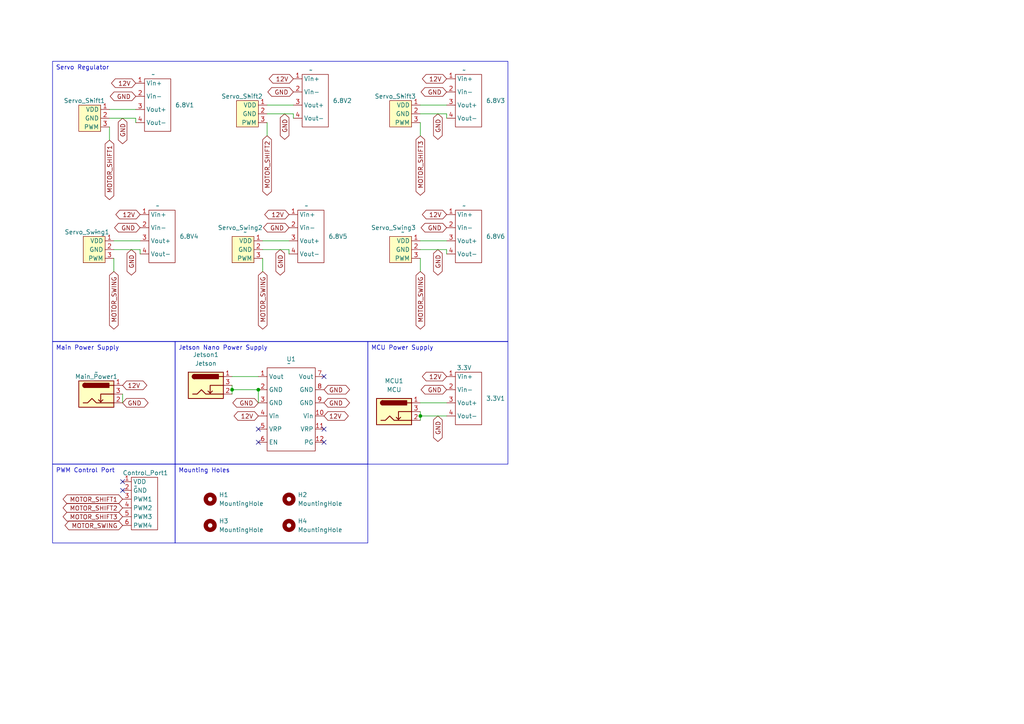
<source format=kicad_sch>
(kicad_sch (version 20230121) (generator eeschema)
  (paper "A4")
  (lib_symbols
    (symbol "Connector:Barrel_Jack_Switch" (pin_names hide)
      (property "Reference" "J" (at 0 5.334 0))
      (property "Value" "Barrel_Jack_Switch" (at 0 -5.08 0))
      (symbol "Barrel_Jack_Switch_0_1"
        (rectangle (start -5.08 3.81) (end 5.08 -3.81) (stroke (width 0.254)) (fill (type background)))
        (arc (start -3.302 3.175) (mid -3.9343 2.54) (end -3.302 1.905) (stroke (width 0.254)))
        (arc (start -3.302 3.175) (mid -3.9343 2.54) (end -3.302 1.905) (stroke (width 0.254)) (fill (type outline)))
        (polyline (pts (xy 1.27 -2.286) (xy 1.905 -1.651)) (stroke (width 0.254)))
        (polyline (pts (xy 5.08 2.54) (xy 3.81 2.54)) (stroke (width 0.254)))
        (polyline (pts (xy 5.08 0) (xy 1.27 0) (xy 1.27 -2.286) (xy 0.635 -1.651)) (stroke (width 0.254)))
        (polyline (pts (xy -3.81 -2.54) (xy -2.54 -2.54) (xy -1.27 -1.27) (xy 0 -2.54) (xy 2.54 -2.54) (xy 5.08 -2.54)) (stroke (width 0.254)))
        (rectangle (start 3.683 3.175) (end -3.302 1.905) (stroke (width 0.254)) (fill (type outline)))
      )
      (symbol "Barrel_Jack_Switch_1_1"
        (pin passive line (at 7.62 2.54 180) (length 2.54) (name "~") (number "1"))
        (pin passive line (at 7.62 -2.54 180) (length 2.54) (name "~") (number "2"))
        (pin passive line (at 7.62 0 180) (length 2.54) (name "~") (number "3"))
      )
    )
    (symbol "Mechanical:MountingHole" (pin_names (offset 1.016))
      (property "Reference" "H" (at 0 5.08 0))
      (property "Value" "MountingHole" (at 0 3.175 0))
      (symbol "MountingHole_0_1"
        (circle (center 0 0) (radius 1.27) (stroke (width 1.27)))
      )
    )
    (symbol "Senior Design:LM2596"
      (property "Reference" "U" (at 0 1.27 0))
      (symbol "LM2596_0_1"
        (rectangle (start -2.54 -1.27) (end 5.08 -16.51))
      )
      (symbol "LM2596_1_1"
        (pin passive line (at -5.08 -2.54 0) (length 2.54) (name "Vin+") (number "1"))
        (pin passive line (at -5.08 -6.35 0) (length 2.54) (name "Vin-") (number "2"))
        (pin passive line (at -5.08 -10.16 0) (length 2.54) (name "Vout+") (number "3"))
        (pin passive line (at -5.08 -13.97 0) (length 2.54) (name "Vout-") (number "4"))
      )
    )
    (symbol "Senior Design:Pololu_5V"
      (property "Reference" "U" (at 0 0 0))
      (symbol "Pololu_5V_0_1"
        (rectangle (start -6.35 -1.27) (end 7.62 -25.4))
      )
      (symbol "Pololu_5V_1_1"
        (pin passive line (at -8.89 -3.81 0) (length 2.54) (name "Vout") (number "1"))
        (pin passive line (at 10.16 -15.24 180) (length 2.54) (name "Vin") (number "10"))
        (pin passive line (at 10.16 -19.05 180) (length 2.54) (name "VRP") (number "11"))
        (pin passive line (at 10.16 -22.86 180) (length 2.54) (name "PG") (number "12"))
        (pin passive line (at -8.89 -7.62 0) (length 2.54) (name "GND") (number "2"))
        (pin passive line (at -8.89 -11.43 0) (length 2.54) (name "GND") (number "3"))
        (pin passive line (at -8.89 -15.24 0) (length 2.54) (name "Vin") (number "4"))
        (pin passive line (at -8.89 -19.05 0) (length 2.54) (name "VRP") (number "5"))
        (pin passive line (at -8.89 -22.86 0) (length 2.54) (name "EN") (number "6"))
        (pin passive line (at 10.16 -3.81 180) (length 2.54) (name "Vout") (number "7"))
        (pin passive line (at 10.16 -7.62 180) (length 2.54) (name "GND") (number "8"))
        (pin passive line (at 10.16 -11.43 180) (length 2.54) (name "GND") (number "9"))
      )
    )
    (symbol "Senior Design:Power_Unit"
      (property "Reference" "U9" (at 1.27 3.81 0))
      (property "Value" "~" (at 0 0 0))
      (symbol "Power_Unit_0_1"
        (rectangle (start -1.27 2.54) (end 6.35 -12.7))
      )
      (symbol "Power_Unit_1_1"
        (pin passive line (at -3.81 1.27 0) (length 2.54) (name "VDD") (number "1"))
        (pin passive line (at -3.81 -1.27 0) (length 2.54) (name "GND") (number "2"))
        (pin passive line (at -3.81 -3.81 0) (length 2.54) (name "PWM1") (number "3"))
        (pin passive line (at -3.81 -6.35 0) (length 2.54) (name "PWM2") (number "4"))
        (pin passive line (at -3.81 -8.89 0) (length 2.54) (name "PWM3") (number "5"))
        (pin passive line (at -3.81 -11.43 0) (length 2.54) (name "PWM4") (number "6"))
      )
    )
    (symbol "Senior Design:Servo"
      (property "Reference" "U" (at 0 0 0))
      (symbol "Servo_1_1"
        (rectangle (start -2.54 -1.27) (end 3.81 -8.89) (fill (type background)))
        (pin passive line (at -5.08 -2.54 0) (length 2.54) (name "VDD") (number "1"))
        (pin passive line (at -5.08 -5.08 0) (length 2.54) (name "GND") (number "2"))
        (pin passive line (at -5.08 -7.62 0) (length 2.54) (name "PWM") (number "3"))
      )
    )
  )
  (junction (at 121.92 120.65))
  (junction (at 67.31 113.03))
  (junction (at 74.93 113.03))
  (no_connect (at 35.56 139.7))
  (no_connect (at 74.93 128.27))
  (no_connect (at 74.93 124.46))
  (no_connect (at 93.98 109.22))
  (no_connect (at 93.98 128.27))
  (no_connect (at 93.98 124.46))
  (no_connect (at 35.56 142.24))
  (wire (pts (xy 39.37 34.29) (xy 39.37 35.56)))
  (wire (pts (xy 31.75 31.75) (xy 39.37 31.75)))
  (wire (pts (xy 35.56 114.3) (xy 35.56 116.84)))
  (wire (pts (xy 67.31 113.03) (xy 67.31 114.3)))
  (wire (pts (xy 121.92 35.56) (xy 121.92 39.37)))
  (wire (pts (xy 83.82 72.39) (xy 83.82 73.66)))
  (wire (pts (xy 77.47 35.56) (xy 77.47 39.37)))
  (wire (pts (xy 40.64 72.39) (xy 40.64 73.66)))
  (wire (pts (xy 74.93 113.03) (xy 67.31 113.03)))
  (wire (pts (xy 121.92 121.92) (xy 121.92 120.65)))
  (wire (pts (xy 67.31 109.22) (xy 74.93 109.22)))
  (wire (pts (xy 67.31 111.76) (xy 67.31 113.03)))
  (wire (pts (xy 129.54 33.02) (xy 129.54 34.29)))
  (wire (pts (xy 77.47 30.48) (xy 85.09 30.48)))
  (wire (pts (xy 121.92 72.39) (xy 129.54 72.39)))
  (wire (pts (xy 33.02 69.85) (xy 40.64 69.85)))
  (wire (pts (xy 121.92 120.65) (xy 129.54 120.65)))
  (wire (pts (xy 33.02 72.39) (xy 40.64 72.39)))
  (wire (pts (xy 77.47 33.02) (xy 85.09 33.02)))
  (wire (pts (xy 121.92 74.93) (xy 121.92 78.74)))
  (wire (pts (xy 121.92 119.38) (xy 121.92 120.65)))
  (wire (pts (xy 31.75 34.29) (xy 39.37 34.29)))
  (wire (pts (xy 76.2 69.85) (xy 83.82 69.85)))
  (wire (pts (xy 121.92 69.85) (xy 129.54 69.85)))
  (wire (pts (xy 33.02 74.93) (xy 33.02 78.74)))
  (wire (pts (xy 121.92 30.48) (xy 129.54 30.48)))
  (wire (pts (xy 121.92 33.02) (xy 129.54 33.02)))
  (wire (pts (xy 129.54 72.39) (xy 129.54 73.66)))
  (wire (pts (xy 31.75 36.83) (xy 31.75 40.64)))
  (wire (pts (xy 76.2 74.93) (xy 76.2 78.74)))
  (wire (pts (xy 85.09 33.02) (xy 85.09 34.29)))
  (wire (pts (xy 121.92 116.84) (xy 129.54 116.84)))
  (wire (pts (xy 74.93 113.03) (xy 74.93 116.84)))
  (wire (pts (xy 76.2 72.39) (xy 83.82 72.39)))
  (text_box "Main Power Supply" (at 15.24 99.06 0) (size 35.56 35.56) (effects (font (size 1.27 1.27)) (justify left top)))
  (text_box "PWM Control Port\n" (at 15.24 134.62 0) (size 35.56 22.86) (effects (font (size 1.27 1.27)) (justify left top)))
  (text_box "Jetson Nano Power Supply" (at 50.8 99.06 0) (size 55.88 35.56) (effects (font (size 1.27 1.27)) (justify left top)))
  (text_box "Servo Regulator" (at 15.24 17.78 0) (size 132.08 81.28) (effects (font (size 1.27 1.27)) (justify left top)))
  (text_box "MCU Power Supply\n" (at 106.68 99.06 0) (size 40.64 35.56) (effects (font (size 1.27 1.27)) (justify left top)))
  (text_box "Mounting Holes" (at 50.8 134.62 0) (size 55.88 22.86) (effects (font (size 1.27 1.27)) (justify left top)))
  (global_label "12V" (shape bidirectional) (at 85.09 22.86 180) (property "Intersheetrefs" "${INTERSHEET_REFS}" (effects hide)))
  (global_label "MOTOR_SHIFT2" (shape bidirectional) (at 35.56 147.32 180) (property "Intersheetrefs" "${INTERSHEET_REFS}" (effects hide)))
  (global_label "GND" (shape bidirectional) (at 35.56 34.29 270) (property "Intersheetrefs" "${INTERSHEET_REFS}" (effects hide)))
  (global_label "GND" (shape bidirectional) (at 40.64 66.04 180) (property "Intersheetrefs" "${INTERSHEET_REFS}" (effects hide)))
  (global_label "GND" (shape bidirectional) (at 35.56 116.84 0) (property "Intersheetrefs" "${INTERSHEET_REFS}" (effects hide)))
  (global_label "GND" (shape bidirectional) (at 127 33.02 270) (property "Intersheetrefs" "${INTERSHEET_REFS}" (effects hide)))
  (global_label "GND" (shape bidirectional) (at 127 72.39 270) (property "Intersheetrefs" "${INTERSHEET_REFS}" (effects hide)))
  (global_label "MOTOR_SHIFT3" (shape bidirectional) (at 121.92 39.37 270) (property "Intersheetrefs" "${INTERSHEET_REFS}" (effects hide)))
  (global_label "GND" (shape bidirectional) (at 74.93 116.84 180) (property "Intersheetrefs" "${INTERSHEET_REFS}" (effects hide)))
  (global_label "12V" (shape bidirectional) (at 129.54 22.86 180) (property "Intersheetrefs" "${INTERSHEET_REFS}" (effects hide)))
  (global_label "GND" (shape bidirectional) (at 93.98 116.84 0) (property "Intersheetrefs" "${INTERSHEET_REFS}" (effects hide)))
  (global_label "GND" (shape bidirectional) (at 38.1 72.39 270) (property "Intersheetrefs" "${INTERSHEET_REFS}" (effects hide)))
  (global_label "GND" (shape bidirectional) (at 129.54 26.67 180) (property "Intersheetrefs" "${INTERSHEET_REFS}" (effects hide)))
  (global_label "12V" (shape bidirectional) (at 39.37 24.13 180) (property "Intersheetrefs" "${INTERSHEET_REFS}" (effects hide)))
  (global_label "12V" (shape bidirectional) (at 93.98 120.65 0) (property "Intersheetrefs" "${INTERSHEET_REFS}" (effects hide)))
  (global_label "MOTOR_SHIFT1" (shape bidirectional) (at 31.75 40.64 270) (property "Intersheetrefs" "${INTERSHEET_REFS}" (effects hide)))
  (global_label "12V" (shape bidirectional) (at 40.64 62.23 180) (property "Intersheetrefs" "${INTERSHEET_REFS}" (effects hide)))
  (global_label "GND" (shape bidirectional) (at 129.54 113.03 180) (property "Intersheetrefs" "${INTERSHEET_REFS}" (effects hide)))
  (global_label "MOTOR_SWING" (shape bidirectional) (at 35.56 152.4 180) (property "Intersheetrefs" "${INTERSHEET_REFS}" (effects hide)))
  (global_label "12V" (shape bidirectional) (at 35.56 111.76 0) (property "Intersheetrefs" "${INTERSHEET_REFS}" (effects hide)))
  (global_label "12V" (shape bidirectional) (at 74.93 120.65 180) (property "Intersheetrefs" "${INTERSHEET_REFS}" (effects hide)))
  (global_label "MOTOR_SWING" (shape bidirectional) (at 33.02 78.74 270) (property "Intersheetrefs" "${INTERSHEET_REFS}" (effects hide)))
  (global_label "12V" (shape bidirectional) (at 129.54 62.23 180) (property "Intersheetrefs" "${INTERSHEET_REFS}" (effects hide)))
  (global_label "GND" (shape bidirectional) (at 85.09 26.67 180) (property "Intersheetrefs" "${INTERSHEET_REFS}" (effects hide)))
  (global_label "GND" (shape bidirectional) (at 39.37 27.94 180) (property "Intersheetrefs" "${INTERSHEET_REFS}" (effects hide)))
  (global_label "MOTOR_SHIFT3" (shape bidirectional) (at 35.56 149.86 180) (property "Intersheetrefs" "${INTERSHEET_REFS}" (effects hide)))
  (global_label "GND" (shape bidirectional) (at 82.55 33.02 270) (property "Intersheetrefs" "${INTERSHEET_REFS}" (effects hide)))
  (global_label "MOTOR_SHIFT2" (shape bidirectional) (at 77.47 39.37 270) (property "Intersheetrefs" "${INTERSHEET_REFS}" (effects hide)))
  (global_label "GND" (shape bidirectional) (at 81.28 72.39 270) (property "Intersheetrefs" "${INTERSHEET_REFS}" (effects hide)))
  (global_label "MOTOR_SWING" (shape bidirectional) (at 76.2 78.74 270) (property "Intersheetrefs" "${INTERSHEET_REFS}" (effects hide)))
  (global_label "GND" (shape bidirectional) (at 127 120.65 270) (property "Intersheetrefs" "${INTERSHEET_REFS}" (effects hide)))
  (global_label "MOTOR_SWING" (shape bidirectional) (at 121.92 78.74 270) (property "Intersheetrefs" "${INTERSHEET_REFS}" (effects hide)))
  (global_label "12V" (shape bidirectional) (at 129.54 109.22 180) (property "Intersheetrefs" "${INTERSHEET_REFS}" (effects hide)))
  (global_label "12V" (shape bidirectional) (at 83.82 62.23 180) (property "Intersheetrefs" "${INTERSHEET_REFS}" (effects hide)))
  (global_label "GND" (shape bidirectional) (at 83.82 66.04 180) (property "Intersheetrefs" "${INTERSHEET_REFS}" (effects hide)))
  (global_label "MOTOR_SHIFT1" (shape bidirectional) (at 35.56 144.78 180) (property "Intersheetrefs" "${INTERSHEET_REFS}" (effects hide)))
  (global_label "GND" (shape bidirectional) (at 129.54 66.04 180) (property "Intersheetrefs" "${INTERSHEET_REFS}" (effects hide)))
  (global_label "GND" (shape bidirectional) (at 93.98 113.03 0) (property "Intersheetrefs" "${INTERSHEET_REFS}" (effects hide)))
  (symbol (lib_id "Senior Design:LM2596") (at 134.62 20.32 0) (unit 1)
    (property "Reference" "6.8V3" (at 140.97 29.21 0) (effects (justify left)))
    (property "Value" "~" (at 134.62 20.32 0))
    (property "Footprint" "Senior Design:LM2596" (effects hide))
  )
  (symbol (lib_id "Senior Design:Servo") (at 72.39 27.94 0) (mirror y) (unit 1)
    (property "Reference" "Servo_Shift2" (at 76.2 27.94 0) (effects (justify left)))
    (property "Value" "~" (at 72.39 27.94 0))
    (property "Footprint" "Connector_PinHeader_2.54mm:PinHeader_1x03_P2.54mm_Vertical" (effects hide))
  )
  (symbol (lib_id "Senior Design:Servo") (at 116.84 67.31 0) (mirror y) (unit 1)
    (property "Reference" "Servo_Swing3" (at 120.65 66.04 0) (effects (justify left)))
    (property "Value" "~" (at 116.84 67.31 0))
    (property "Footprint" "Connector_PinHeader_2.54mm:PinHeader_1x03_P2.54mm_Vertical" (effects hide))
  )
  (symbol (lib_id "Senior Design:LM2596") (at 134.62 59.69 0) (unit 1)
    (property "Reference" "6.8V6" (at 140.97 68.58 0) (effects (justify left)))
    (property "Value" "~" (at 134.62 59.69 0))
    (property "Footprint" "Senior Design:LM2596" (effects hide))
  )
  (symbol (lib_id "Senior Design:Servo") (at 27.94 67.31 0) (mirror y) (unit 1)
    (property "Reference" "Servo_Swing1" (at 31.75 67.31 0) (effects (justify left)))
    (property "Value" "~" (at 27.94 67.31 0))
    (property "Footprint" "Connector_PinHeader_2.54mm:PinHeader_1x03_P2.54mm_Vertical" (effects hide))
  )
  (symbol (lib_id "Senior Design:Servo") (at 26.67 29.21 0) (mirror y) (unit 1)
    (property "Reference" "Servo_Shift1" (at 30.48 29.21 0) (effects (justify left)))
    (property "Value" "~" (at 26.67 29.21 0))
    (property "Footprint" "Connector_PinHeader_2.54mm:PinHeader_1x03_P2.54mm_Vertical" (effects hide))
  )
  (symbol (lib_id "Senior Design:Power_Unit") (at 39.37 140.97 0) (unit 1)
    (property "Reference" "Control_Port1" (at 35.56 137.16 0) (effects (justify left)))
    (property "Value" "~" (at 39.37 140.97 0))
    (property "Footprint" "Connector_PinHeader_2.54mm:PinHeader_1x06_P2.54mm_Vertical" (effects hide))
  )
  (symbol (lib_id "Senior Design:LM2596") (at 134.62 106.68 0) (unit 1)
    (property "Reference" "3.3V1" (at 140.97 115.57 0) (effects (justify left)))
    (property "Value" "3.3V" (at 134.62 106.68 0))
    (property "Footprint" "Senior Design:LM2596" (effects hide))
  )
  (symbol (lib_id "Mechanical:MountingHole") (at 83.82 152.4 0) (unit 1)
    (property "Reference" "H4" (at 86.36 151.13 0) (effects (justify left)))
    (property "Value" "MountingHole" (at 86.36 153.67 0) (effects (justify left)))
    (property "Footprint" "MountingHole:MountingHole_2.5mm" (effects hide))
  )
  (symbol (lib_id "Mechanical:MountingHole") (at 83.82 144.78 0) (unit 1)
    (property "Reference" "H2" (at 86.36 143.51 0) (effects (justify left)))
    (property "Value" "MountingHole" (at 86.36 146.05 0) (effects (justify left)))
    (property "Footprint" "MountingHole:MountingHole_2.5mm" (effects hide))
  )
  (symbol (lib_id "Mechanical:MountingHole") (at 60.96 152.4 0) (unit 1)
    (property "Reference" "H3" (at 63.5 151.13 0) (effects (justify left)))
    (property "Value" "MountingHole" (at 63.5 153.67 0) (effects (justify left)))
    (property "Footprint" "MountingHole:MountingHole_2.5mm" (effects hide))
  )
  (symbol (lib_id "Senior Design:LM2596") (at 90.17 20.32 0) (unit 1)
    (property "Reference" "6.8V2" (at 96.52 29.21 0) (effects (justify left)))
    (property "Value" "~" (at 90.17 20.32 0))
    (property "Footprint" "Senior Design:LM2596" (effects hide))
  )
  (symbol (lib_id "Connector:Barrel_Jack_Switch") (at 114.3 119.38 0) (unit 1)
    (property "Reference" "MCU1" (at 114.3 110.49 0))
    (property "Value" "MCU" (at 114.3 113.03 0))
    (property "Footprint" "Connector_BarrelJack:BarrelJack_CUI_PJ-102AH_Horizontal" (effects hide))
  )
  (symbol (lib_id "Senior Design:LM2596") (at 45.72 59.69 0) (unit 1)
    (property "Reference" "6.8V4" (at 52.07 68.58 0) (effects (justify left)))
    (property "Value" "~" (at 45.72 59.69 0))
    (property "Footprint" "Senior Design:LM2596" (effects hide))
  )
  (symbol (lib_id "Senior Design:LM2596") (at 44.45 21.59 0) (unit 1)
    (property "Reference" "6.8V1" (at 50.8 30.48 0) (effects (justify left)))
    (property "Value" "~" (at 44.45 21.59 0))
    (property "Footprint" "Senior Design:LM2596" (effects hide))
  )
  (symbol (lib_id "Connector:Barrel_Jack_Switch") (at 27.94 114.3 0) (unit 1)
    (property "Reference" "Main_Power1" (at 27.94 109.22 0))
    (property "Value" "~" (at 27.94 107.95 0))
    (property "Footprint" "Connector_BarrelJack:BarrelJack_CUI_PJ-102AH_Horizontal" (effects hide))
  )
  (symbol (lib_id "Connector:Barrel_Jack_Switch") (at 59.69 111.76 0) (unit 1)
    (property "Reference" "Jetson1" (at 59.69 102.87 0))
    (property "Value" "Jetson" (at 59.69 105.41 0))
    (property "Footprint" "Connector_BarrelJack:BarrelJack_CUI_PJ-102AH_Horizontal" (effects hide))
  )
  (symbol (lib_id "Senior Design:Servo") (at 71.12 67.31 0) (mirror y) (unit 1)
    (property "Reference" "Servo_Swing2" (at 76.2 66.04 0) (effects (justify left)))
    (property "Value" "~" (at 71.12 67.31 0))
    (property "Footprint" "Connector_PinHeader_2.54mm:PinHeader_1x03_P2.54mm_Vertical" (effects hide))
  )
  (symbol (lib_id "Senior Design:Servo") (at 116.84 27.94 0) (mirror y) (unit 1)
    (property "Reference" "Servo_Shift3" (at 120.65 27.94 0) (effects (justify left)))
    (property "Value" "~" (at 116.84 27.94 0))
    (property "Footprint" "Connector_PinHeader_2.54mm:PinHeader_1x03_P2.54mm_Vertical" (effects hide))
  )
  (symbol (lib_id "Senior Design:Pololu_5V") (at 83.82 105.41 0) (unit 1)
    (property "Reference" "U1" (at 84.455 104.14 0))
    (property "Value" "~" (at 83.82 105.41 0))
    (property "Footprint" "Senior Design:PinHeader_2x06_P2.54mm_Vertical" (effects hide))
  )
  (symbol (lib_id "Mechanical:MountingHole") (at 60.96 144.78 0) (unit 1)
    (property "Reference" "H1" (at 63.5 143.51 0) (effects (justify left)))
    (property "Value" "MountingHole" (at 63.5 146.05 0) (effects (justify left)))
    (property "Footprint" "MountingHole:MountingHole_2.5mm" (effects hide))
  )
  (symbol (lib_id "Senior Design:LM2596") (at 88.9 59.69 0) (unit 1)
    (property "Reference" "6.8V5" (at 95.25 68.58 0) (effects (justify left)))
    (property "Value" "~" (at 88.9 59.69 0))
    (property "Footprint" "Senior Design:LM2596" (effects hide))
  )
)
</source>
